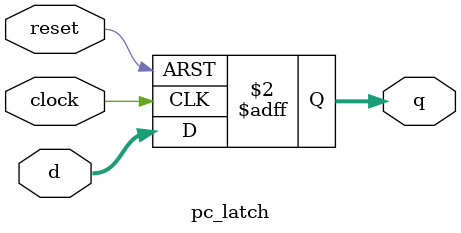
<source format=v>
module pc_latch(
    input clock,
    input reset, 
    input [11:0] d,
    output reg [11:0] q
);

    always @(negedge clock or posedge reset) begin
       if (reset) begin
           q <= 12'd0;
       end else begin
           q <= d;
       end
   end

endmodule
</source>
